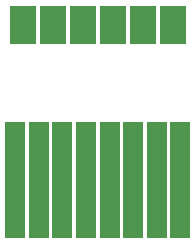
<source format=gbs>
G04*
G04 Format:               Gerber RS-274X*
G04 Export Settings:      (default)*
G04 Layer:                BottomSolderMask*
G04 This File Name:       wii_to_snesmultiout.gbs*
G04 Source File Name:     wii_to_snesmultiout.rrb*
G04 Unique ID:            a9f98a6f-7b16-41eb-b503-fa8c6335f000*
G04 Generated Date:       Tuesday, 10 July 2018 14:25:27*
G04*
G04 Created Using:        Robot Room Copper Connection v3.0.5875*
G04 Software Contact:     http://www.robotroom.com/CopperConnection/Support.aspx*
G04 License Number:       1880*
G04*
G04 Zero Suppression:     Leading*
G04 Number Precision:     2.4*
G04*
G04 Polarity:             Negative. Dark is solderable. Clear space is coating.*
G04*
%FSLAX24Y24*%
%MOIN*%
%LNBottomSolderMask*%
%ADD10R,.006X.006*%
%ADD11R,.007X.007*%
%ADD12R,.0691X.388*%
%ADD13R,.085X.1313*%
D12*
G01X-256Y-5170D03*
X531D03*
X1319D03*
X2106D03*
X2894D03*
X3681D03*
X4469D03*
X5256D03*
D13*
X4000Y0D03*
X5000D03*
X2000D03*
X3000D03*
X0D03*
X1000D03*
M02*

</source>
